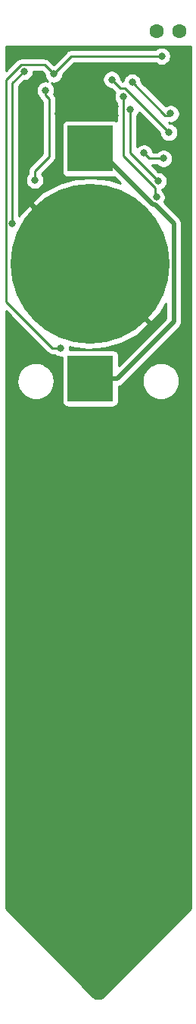
<source format=gbr>
G04 #@! TF.GenerationSoftware,KiCad,Pcbnew,(5.1.2-1)-1*
G04 #@! TF.CreationDate,2021-09-11T11:00:07+02:00*
G04 #@! TF.ProjectId,parasite,70617261-7369-4746-952e-6b696361645f,1.1.0*
G04 #@! TF.SameCoordinates,Original*
G04 #@! TF.FileFunction,Copper,L2,Bot*
G04 #@! TF.FilePolarity,Positive*
%FSLAX46Y46*%
G04 Gerber Fmt 4.6, Leading zero omitted, Abs format (unit mm)*
G04 Created by KiCad (PCBNEW (5.1.2-1)-1) date 2021-09-11 11:00:07*
%MOMM*%
%LPD*%
G04 APERTURE LIST*
%ADD10C,1.600000*%
%ADD11C,17.800000*%
%ADD12R,5.100000X5.100000*%
%ADD13C,0.800000*%
%ADD14C,0.250000*%
%ADD15C,0.500000*%
%ADD16C,0.254000*%
G04 APERTURE END LIST*
D10*
X77100000Y-29050000D03*
X74560000Y-29050000D03*
D11*
X67100000Y-54900000D03*
D12*
X67100000Y-42100000D03*
X67100000Y-67700000D03*
D13*
X68700000Y-60700000D03*
X65800000Y-61100000D03*
X74800000Y-53800000D03*
X74800000Y-54700000D03*
X71300000Y-52400000D03*
X72200000Y-52400000D03*
X63500000Y-51400000D03*
X63500000Y-50500000D03*
X63500000Y-49600000D03*
X67198744Y-55038241D03*
X64100000Y-55237500D03*
X65862500Y-55237500D03*
X63500000Y-38200000D03*
X64700000Y-38200000D03*
X65800000Y-38200000D03*
X67100000Y-38200000D03*
X63600000Y-41600000D03*
X63600000Y-42700000D03*
X69900000Y-37400000D03*
X69900000Y-38400000D03*
X67100000Y-67700000D03*
X67800000Y-67000000D03*
X68550000Y-66250000D03*
X63000000Y-33800000D03*
X75100000Y-31800000D03*
X63800000Y-64300000D03*
X62100000Y-35600000D03*
X60900000Y-45600000D03*
X58400000Y-50400000D03*
X59699999Y-33500000D03*
X71800000Y-34700000D03*
X76100000Y-38200000D03*
X69500000Y-34400000D03*
X75900000Y-40300000D03*
X69500000Y-34400000D03*
X75300000Y-43200000D03*
X73119000Y-42600000D03*
X74700000Y-45700000D03*
X71600000Y-37700000D03*
X70800000Y-36300000D03*
X74493886Y-47510431D03*
D14*
X63225000Y-38275000D02*
X63300000Y-38200000D01*
X63200000Y-38200000D02*
X64500000Y-38200000D01*
X65800000Y-38200000D02*
X67100000Y-38200000D01*
D15*
X76450001Y-61399999D02*
X76450001Y-50450001D01*
X70150000Y-67700000D02*
X76450001Y-61399999D01*
X67100000Y-67700000D02*
X70150000Y-67700000D01*
X67825453Y-42100000D02*
X67100000Y-42100000D01*
X74085885Y-48360432D02*
X67825453Y-42100000D01*
X74360432Y-48360432D02*
X74085885Y-48360432D01*
X76450001Y-50450001D02*
X74360432Y-48360432D01*
D14*
X65000000Y-31800000D02*
X75100000Y-31800000D01*
X63000000Y-33800000D02*
X65000000Y-31800000D01*
X62846998Y-64300000D02*
X63800000Y-64300000D01*
X59351998Y-32774999D02*
X57674999Y-34451998D01*
X57674999Y-59128001D02*
X62846998Y-64300000D01*
X57674999Y-34451998D02*
X57674999Y-59128001D01*
X61974999Y-32774999D02*
X59351998Y-32774999D01*
X63000000Y-33800000D02*
X61974999Y-32774999D01*
X62100000Y-36165685D02*
X62500000Y-36565685D01*
X62100000Y-35600000D02*
X62100000Y-36165685D01*
X62500000Y-36565685D02*
X62500000Y-43000000D01*
X62500000Y-43000000D02*
X60900000Y-44600000D01*
X60900000Y-44600000D02*
X60900000Y-45600000D01*
X58400000Y-34799999D02*
X58400000Y-50400000D01*
X59699999Y-33500000D02*
X58400000Y-34799999D01*
X71800000Y-34700000D02*
X75500000Y-38400000D01*
X75900000Y-38400000D02*
X76100000Y-38200000D01*
X75500000Y-38400000D02*
X75900000Y-38400000D01*
X71000001Y-35400001D02*
X75900000Y-40300000D01*
X69500000Y-34400000D02*
X69899999Y-34799999D01*
X70500001Y-35400001D02*
X69500000Y-34400000D01*
X71000001Y-35400001D02*
X70500001Y-35400001D01*
X73719000Y-43200000D02*
X73119000Y-42600000D01*
X75300000Y-43200000D02*
X73719000Y-43200000D01*
X74700000Y-45700000D02*
X71600000Y-42600000D01*
X71600000Y-42600000D02*
X71600000Y-37700000D01*
X74400000Y-47500000D02*
X74400000Y-46500000D01*
X74400000Y-46500000D02*
X70800000Y-42900000D01*
X70800000Y-42900000D02*
X70800000Y-36300000D01*
D16*
G36*
X78340001Y-126726618D02*
G01*
X68556139Y-136510479D01*
X68417802Y-136624109D01*
X68288623Y-136693375D01*
X68148451Y-136736230D01*
X68002623Y-136751043D01*
X67856695Y-136737248D01*
X67716222Y-136695371D01*
X67586563Y-136627010D01*
X67448982Y-136515599D01*
X57660000Y-126726620D01*
X57660000Y-68029240D01*
X58905990Y-68029240D01*
X58951550Y-68435412D01*
X59075134Y-68824999D01*
X59272036Y-69183162D01*
X59534755Y-69496259D01*
X59853285Y-69752364D01*
X60215494Y-69941721D01*
X60607583Y-70057120D01*
X61014620Y-70094163D01*
X61421100Y-70051440D01*
X61811541Y-69930579D01*
X62171070Y-69736182D01*
X62485993Y-69475655D01*
X62744315Y-69158920D01*
X62936197Y-68798043D01*
X63054330Y-68406768D01*
X63094214Y-68000000D01*
X63093397Y-67941526D01*
X63042171Y-67536030D01*
X62913160Y-67148206D01*
X62711276Y-66792827D01*
X62444211Y-66483429D01*
X62122136Y-66231797D01*
X61757319Y-66047514D01*
X61363656Y-65937602D01*
X60956142Y-65906245D01*
X60550298Y-65954639D01*
X60161583Y-66080940D01*
X59804804Y-66280338D01*
X59493549Y-66545237D01*
X59239674Y-66865547D01*
X59052849Y-67229068D01*
X58940191Y-67621954D01*
X58905990Y-68029240D01*
X57660000Y-68029240D01*
X57660000Y-60187803D01*
X62283199Y-64811003D01*
X62306997Y-64840001D01*
X62335995Y-64863799D01*
X62422721Y-64934974D01*
X62554751Y-65005546D01*
X62698012Y-65049003D01*
X62809665Y-65060000D01*
X62809674Y-65060000D01*
X62846997Y-65063676D01*
X62884320Y-65060000D01*
X63096289Y-65060000D01*
X63140226Y-65103937D01*
X63309744Y-65217205D01*
X63498102Y-65295226D01*
X63698061Y-65335000D01*
X63901939Y-65335000D01*
X63911928Y-65333013D01*
X63911928Y-70250000D01*
X63924188Y-70374482D01*
X63960498Y-70494180D01*
X64019463Y-70604494D01*
X64098815Y-70701185D01*
X64195506Y-70780537D01*
X64305820Y-70839502D01*
X64425518Y-70875812D01*
X64550000Y-70888072D01*
X69650000Y-70888072D01*
X69774482Y-70875812D01*
X69894180Y-70839502D01*
X70004494Y-70780537D01*
X70101185Y-70701185D01*
X70180537Y-70604494D01*
X70239502Y-70494180D01*
X70275812Y-70374482D01*
X70288072Y-70250000D01*
X70288072Y-68575683D01*
X70323490Y-68572195D01*
X70490313Y-68521589D01*
X70644059Y-68439411D01*
X70778817Y-68328817D01*
X70806534Y-68295044D01*
X71072338Y-68029240D01*
X72905990Y-68029240D01*
X72951550Y-68435412D01*
X73075134Y-68824999D01*
X73272036Y-69183162D01*
X73534755Y-69496259D01*
X73853285Y-69752364D01*
X74215494Y-69941721D01*
X74607583Y-70057120D01*
X75014620Y-70094163D01*
X75421100Y-70051440D01*
X75811541Y-69930579D01*
X76171070Y-69736182D01*
X76485993Y-69475655D01*
X76744315Y-69158920D01*
X76936197Y-68798043D01*
X77054330Y-68406768D01*
X77094214Y-68000000D01*
X77093397Y-67941526D01*
X77042171Y-67536030D01*
X76913160Y-67148206D01*
X76711276Y-66792827D01*
X76444211Y-66483429D01*
X76122136Y-66231797D01*
X75757319Y-66047514D01*
X75363656Y-65937602D01*
X74956142Y-65906245D01*
X74550298Y-65954639D01*
X74161583Y-66080940D01*
X73804804Y-66280338D01*
X73493549Y-66545237D01*
X73239674Y-66865547D01*
X73052849Y-67229068D01*
X72940191Y-67621954D01*
X72905990Y-68029240D01*
X71072338Y-68029240D01*
X77045052Y-62056527D01*
X77078818Y-62028816D01*
X77189412Y-61894058D01*
X77271590Y-61740312D01*
X77322196Y-61573489D01*
X77335001Y-61443476D01*
X77335001Y-61443468D01*
X77339282Y-61399999D01*
X77335001Y-61356530D01*
X77335001Y-50493470D01*
X77339282Y-50450001D01*
X77335001Y-50406532D01*
X77335001Y-50406524D01*
X77322196Y-50276511D01*
X77271590Y-50109688D01*
X77189412Y-49955942D01*
X77078818Y-49821184D01*
X77045050Y-49793471D01*
X75347474Y-48095896D01*
X75411091Y-48000687D01*
X75489112Y-47812329D01*
X75528886Y-47612370D01*
X75528886Y-47408492D01*
X75489112Y-47208533D01*
X75411091Y-47020175D01*
X75297823Y-46850657D01*
X75160000Y-46712834D01*
X75160000Y-46629738D01*
X75190256Y-46617205D01*
X75359774Y-46503937D01*
X75503937Y-46359774D01*
X75617205Y-46190256D01*
X75695226Y-46001898D01*
X75735000Y-45801939D01*
X75735000Y-45598061D01*
X75695226Y-45398102D01*
X75617205Y-45209744D01*
X75503937Y-45040226D01*
X75359774Y-44896063D01*
X75190256Y-44782795D01*
X75001898Y-44704774D01*
X74801939Y-44665000D01*
X74739802Y-44665000D01*
X74034802Y-43960000D01*
X74596289Y-43960000D01*
X74640226Y-44003937D01*
X74809744Y-44117205D01*
X74998102Y-44195226D01*
X75198061Y-44235000D01*
X75401939Y-44235000D01*
X75601898Y-44195226D01*
X75790256Y-44117205D01*
X75959774Y-44003937D01*
X76103937Y-43859774D01*
X76217205Y-43690256D01*
X76295226Y-43501898D01*
X76335000Y-43301939D01*
X76335000Y-43098061D01*
X76295226Y-42898102D01*
X76217205Y-42709744D01*
X76103937Y-42540226D01*
X75959774Y-42396063D01*
X75790256Y-42282795D01*
X75601898Y-42204774D01*
X75401939Y-42165000D01*
X75198061Y-42165000D01*
X74998102Y-42204774D01*
X74809744Y-42282795D01*
X74640226Y-42396063D01*
X74596289Y-42440000D01*
X74142451Y-42440000D01*
X74114226Y-42298102D01*
X74036205Y-42109744D01*
X73922937Y-41940226D01*
X73778774Y-41796063D01*
X73609256Y-41682795D01*
X73420898Y-41604774D01*
X73220939Y-41565000D01*
X73017061Y-41565000D01*
X72817102Y-41604774D01*
X72628744Y-41682795D01*
X72459226Y-41796063D01*
X72360000Y-41895289D01*
X72360000Y-38403711D01*
X72403937Y-38359774D01*
X72517205Y-38190256D01*
X72575271Y-38050073D01*
X74865000Y-40339802D01*
X74865000Y-40401939D01*
X74904774Y-40601898D01*
X74982795Y-40790256D01*
X75096063Y-40959774D01*
X75240226Y-41103937D01*
X75409744Y-41217205D01*
X75598102Y-41295226D01*
X75798061Y-41335000D01*
X76001939Y-41335000D01*
X76201898Y-41295226D01*
X76390256Y-41217205D01*
X76559774Y-41103937D01*
X76703937Y-40959774D01*
X76817205Y-40790256D01*
X76895226Y-40601898D01*
X76935000Y-40401939D01*
X76935000Y-40198061D01*
X76895226Y-39998102D01*
X76817205Y-39809744D01*
X76703937Y-39640226D01*
X76559774Y-39496063D01*
X76390256Y-39382795D01*
X76201898Y-39304774D01*
X76001939Y-39265000D01*
X75939802Y-39265000D01*
X75887887Y-39213085D01*
X75998061Y-39235000D01*
X76201939Y-39235000D01*
X76401898Y-39195226D01*
X76590256Y-39117205D01*
X76759774Y-39003937D01*
X76903937Y-38859774D01*
X77017205Y-38690256D01*
X77095226Y-38501898D01*
X77135000Y-38301939D01*
X77135000Y-38098061D01*
X77095226Y-37898102D01*
X77017205Y-37709744D01*
X76903937Y-37540226D01*
X76759774Y-37396063D01*
X76590256Y-37282795D01*
X76401898Y-37204774D01*
X76201939Y-37165000D01*
X75998061Y-37165000D01*
X75798102Y-37204774D01*
X75609744Y-37282795D01*
X75518538Y-37343736D01*
X72835000Y-34660199D01*
X72835000Y-34598061D01*
X72795226Y-34398102D01*
X72717205Y-34209744D01*
X72603937Y-34040226D01*
X72459774Y-33896063D01*
X72290256Y-33782795D01*
X72101898Y-33704774D01*
X71901939Y-33665000D01*
X71698061Y-33665000D01*
X71498102Y-33704774D01*
X71309744Y-33782795D01*
X71140226Y-33896063D01*
X70996063Y-34040226D01*
X70882795Y-34209744D01*
X70804774Y-34398102D01*
X70766305Y-34591503D01*
X70535000Y-34360199D01*
X70535000Y-34298061D01*
X70495226Y-34098102D01*
X70417205Y-33909744D01*
X70303937Y-33740226D01*
X70159774Y-33596063D01*
X69990256Y-33482795D01*
X69801898Y-33404774D01*
X69601939Y-33365000D01*
X69398061Y-33365000D01*
X69198102Y-33404774D01*
X69009744Y-33482795D01*
X68840226Y-33596063D01*
X68696063Y-33740226D01*
X68582795Y-33909744D01*
X68504774Y-34098102D01*
X68465000Y-34298061D01*
X68465000Y-34501939D01*
X68504774Y-34701898D01*
X68582795Y-34890256D01*
X68696063Y-35059774D01*
X68840226Y-35203937D01*
X69009744Y-35317205D01*
X69198102Y-35395226D01*
X69398061Y-35435000D01*
X69460199Y-35435000D01*
X69868779Y-35843581D01*
X69804774Y-35998102D01*
X69765000Y-36198061D01*
X69765000Y-36401939D01*
X69804774Y-36601898D01*
X69882795Y-36790256D01*
X69996063Y-36959774D01*
X70040001Y-37003712D01*
X70040001Y-39048602D01*
X70004494Y-39019463D01*
X69894180Y-38960498D01*
X69774482Y-38924188D01*
X69650000Y-38911928D01*
X64550000Y-38911928D01*
X64425518Y-38924188D01*
X64305820Y-38960498D01*
X64195506Y-39019463D01*
X64098815Y-39098815D01*
X64019463Y-39195506D01*
X63960498Y-39305820D01*
X63924188Y-39425518D01*
X63911928Y-39550000D01*
X63911928Y-44650000D01*
X63924188Y-44774482D01*
X63960498Y-44894180D01*
X64019463Y-45004494D01*
X64098815Y-45101185D01*
X64195506Y-45180537D01*
X64305820Y-45239502D01*
X64425518Y-45275812D01*
X64550000Y-45288072D01*
X69650000Y-45288072D01*
X69751910Y-45278035D01*
X70433997Y-45960123D01*
X69212984Y-45554762D01*
X67349218Y-45322106D01*
X65475875Y-45457522D01*
X63664946Y-45955808D01*
X61986024Y-46797814D01*
X61571590Y-47074730D01*
X60527775Y-48148170D01*
X67100000Y-54720395D01*
X67114143Y-54706253D01*
X67293748Y-54885858D01*
X67279605Y-54900000D01*
X73851830Y-61472225D01*
X74925270Y-60428410D01*
X75565001Y-59302989D01*
X75565001Y-61033420D01*
X70288072Y-66310350D01*
X70288072Y-65150000D01*
X70275812Y-65025518D01*
X70239502Y-64905820D01*
X70180537Y-64795506D01*
X70101185Y-64698815D01*
X70004494Y-64619463D01*
X69894180Y-64560498D01*
X69774482Y-64524188D01*
X69650000Y-64511928D01*
X64813122Y-64511928D01*
X64835000Y-64401939D01*
X64835000Y-64198061D01*
X64834299Y-64194538D01*
X64987016Y-64245238D01*
X66850782Y-64477894D01*
X68724125Y-64342478D01*
X70535054Y-63844192D01*
X72213976Y-63002186D01*
X72628410Y-62725270D01*
X73672225Y-61651830D01*
X67100000Y-55079605D01*
X67085858Y-55093748D01*
X66906253Y-54914143D01*
X66920395Y-54900000D01*
X60348170Y-48327775D01*
X59274730Y-49371590D01*
X59160000Y-49573424D01*
X59160000Y-35114800D01*
X59739801Y-34535000D01*
X59801938Y-34535000D01*
X60001897Y-34495226D01*
X60190255Y-34417205D01*
X60359773Y-34303937D01*
X60503936Y-34159774D01*
X60617204Y-33990256D01*
X60695225Y-33801898D01*
X60734999Y-33601939D01*
X60734999Y-33534999D01*
X61660198Y-33534999D01*
X61965000Y-33839802D01*
X61965000Y-33901939D01*
X62004774Y-34101898D01*
X62082795Y-34290256D01*
X62196063Y-34459774D01*
X62325958Y-34589669D01*
X62201939Y-34565000D01*
X61998061Y-34565000D01*
X61798102Y-34604774D01*
X61609744Y-34682795D01*
X61440226Y-34796063D01*
X61296063Y-34940226D01*
X61182795Y-35109744D01*
X61104774Y-35298102D01*
X61065000Y-35498061D01*
X61065000Y-35701939D01*
X61104774Y-35901898D01*
X61182795Y-36090256D01*
X61296063Y-36259774D01*
X61351013Y-36314724D01*
X61394454Y-36457932D01*
X61419037Y-36503921D01*
X61465026Y-36589961D01*
X61526610Y-36665000D01*
X61560000Y-36705686D01*
X61588998Y-36729484D01*
X61740000Y-36880487D01*
X61740001Y-42685197D01*
X60389003Y-44036196D01*
X60359999Y-44059999D01*
X60313052Y-44117205D01*
X60265026Y-44175724D01*
X60254602Y-44195226D01*
X60194454Y-44307754D01*
X60150997Y-44451015D01*
X60140000Y-44562668D01*
X60140000Y-44562678D01*
X60136324Y-44600000D01*
X60140000Y-44637323D01*
X60140000Y-44896289D01*
X60096063Y-44940226D01*
X59982795Y-45109744D01*
X59904774Y-45298102D01*
X59865000Y-45498061D01*
X59865000Y-45701939D01*
X59904774Y-45901898D01*
X59982795Y-46090256D01*
X60096063Y-46259774D01*
X60240226Y-46403937D01*
X60409744Y-46517205D01*
X60598102Y-46595226D01*
X60798061Y-46635000D01*
X61001939Y-46635000D01*
X61201898Y-46595226D01*
X61390256Y-46517205D01*
X61559774Y-46403937D01*
X61703937Y-46259774D01*
X61817205Y-46090256D01*
X61895226Y-45901898D01*
X61935000Y-45701939D01*
X61935000Y-45498061D01*
X61895226Y-45298102D01*
X61817205Y-45109744D01*
X61703937Y-44940226D01*
X61669256Y-44905545D01*
X63011003Y-43563799D01*
X63040001Y-43540001D01*
X63134974Y-43424276D01*
X63205546Y-43292247D01*
X63249003Y-43148986D01*
X63260000Y-43037333D01*
X63260000Y-43037325D01*
X63263676Y-43000000D01*
X63260000Y-42962675D01*
X63260000Y-36603007D01*
X63263676Y-36565684D01*
X63260000Y-36528361D01*
X63260000Y-36528352D01*
X63249003Y-36416699D01*
X63205546Y-36273438D01*
X63134974Y-36141409D01*
X63042627Y-36028883D01*
X63095226Y-35901898D01*
X63135000Y-35701939D01*
X63135000Y-35498061D01*
X63095226Y-35298102D01*
X63017205Y-35109744D01*
X62903937Y-34940226D01*
X62774042Y-34810331D01*
X62898061Y-34835000D01*
X63101939Y-34835000D01*
X63301898Y-34795226D01*
X63490256Y-34717205D01*
X63659774Y-34603937D01*
X63803937Y-34459774D01*
X63917205Y-34290256D01*
X63995226Y-34101898D01*
X64035000Y-33901939D01*
X64035000Y-33839801D01*
X65314802Y-32560000D01*
X74396289Y-32560000D01*
X74440226Y-32603937D01*
X74609744Y-32717205D01*
X74798102Y-32795226D01*
X74998061Y-32835000D01*
X75201939Y-32835000D01*
X75401898Y-32795226D01*
X75590256Y-32717205D01*
X75759774Y-32603937D01*
X75903937Y-32459774D01*
X76017205Y-32290256D01*
X76095226Y-32101898D01*
X76135000Y-31901939D01*
X76135000Y-31698061D01*
X76095226Y-31498102D01*
X76017205Y-31309744D01*
X75903937Y-31140226D01*
X75759774Y-30996063D01*
X75590256Y-30882795D01*
X75401898Y-30804774D01*
X75201939Y-30765000D01*
X74998061Y-30765000D01*
X74798102Y-30804774D01*
X74609744Y-30882795D01*
X74440226Y-30996063D01*
X74396289Y-31040000D01*
X65037322Y-31040000D01*
X64999999Y-31036324D01*
X64962676Y-31040000D01*
X64962667Y-31040000D01*
X64851014Y-31050997D01*
X64707753Y-31094454D01*
X64575723Y-31165026D01*
X64492083Y-31233668D01*
X64459999Y-31259999D01*
X64436201Y-31288997D01*
X63000000Y-32725199D01*
X62538803Y-32264001D01*
X62515000Y-32234998D01*
X62399275Y-32140025D01*
X62267246Y-32069453D01*
X62123985Y-32025996D01*
X62012332Y-32014999D01*
X62012321Y-32014999D01*
X61974999Y-32011323D01*
X61937677Y-32014999D01*
X59389323Y-32014999D01*
X59351998Y-32011323D01*
X59314673Y-32014999D01*
X59314665Y-32014999D01*
X59203012Y-32025996D01*
X59059751Y-32069453D01*
X58927722Y-32140025D01*
X58811997Y-32234998D01*
X58788199Y-32263996D01*
X57660000Y-33392196D01*
X57660000Y-30727000D01*
X78340000Y-30727000D01*
X78340001Y-126726618D01*
X78340001Y-126726618D01*
G37*
X78340001Y-126726618D02*
X68556139Y-136510479D01*
X68417802Y-136624109D01*
X68288623Y-136693375D01*
X68148451Y-136736230D01*
X68002623Y-136751043D01*
X67856695Y-136737248D01*
X67716222Y-136695371D01*
X67586563Y-136627010D01*
X67448982Y-136515599D01*
X57660000Y-126726620D01*
X57660000Y-68029240D01*
X58905990Y-68029240D01*
X58951550Y-68435412D01*
X59075134Y-68824999D01*
X59272036Y-69183162D01*
X59534755Y-69496259D01*
X59853285Y-69752364D01*
X60215494Y-69941721D01*
X60607583Y-70057120D01*
X61014620Y-70094163D01*
X61421100Y-70051440D01*
X61811541Y-69930579D01*
X62171070Y-69736182D01*
X62485993Y-69475655D01*
X62744315Y-69158920D01*
X62936197Y-68798043D01*
X63054330Y-68406768D01*
X63094214Y-68000000D01*
X63093397Y-67941526D01*
X63042171Y-67536030D01*
X62913160Y-67148206D01*
X62711276Y-66792827D01*
X62444211Y-66483429D01*
X62122136Y-66231797D01*
X61757319Y-66047514D01*
X61363656Y-65937602D01*
X60956142Y-65906245D01*
X60550298Y-65954639D01*
X60161583Y-66080940D01*
X59804804Y-66280338D01*
X59493549Y-66545237D01*
X59239674Y-66865547D01*
X59052849Y-67229068D01*
X58940191Y-67621954D01*
X58905990Y-68029240D01*
X57660000Y-68029240D01*
X57660000Y-60187803D01*
X62283199Y-64811003D01*
X62306997Y-64840001D01*
X62335995Y-64863799D01*
X62422721Y-64934974D01*
X62554751Y-65005546D01*
X62698012Y-65049003D01*
X62809665Y-65060000D01*
X62809674Y-65060000D01*
X62846997Y-65063676D01*
X62884320Y-65060000D01*
X63096289Y-65060000D01*
X63140226Y-65103937D01*
X63309744Y-65217205D01*
X63498102Y-65295226D01*
X63698061Y-65335000D01*
X63901939Y-65335000D01*
X63911928Y-65333013D01*
X63911928Y-70250000D01*
X63924188Y-70374482D01*
X63960498Y-70494180D01*
X64019463Y-70604494D01*
X64098815Y-70701185D01*
X64195506Y-70780537D01*
X64305820Y-70839502D01*
X64425518Y-70875812D01*
X64550000Y-70888072D01*
X69650000Y-70888072D01*
X69774482Y-70875812D01*
X69894180Y-70839502D01*
X70004494Y-70780537D01*
X70101185Y-70701185D01*
X70180537Y-70604494D01*
X70239502Y-70494180D01*
X70275812Y-70374482D01*
X70288072Y-70250000D01*
X70288072Y-68575683D01*
X70323490Y-68572195D01*
X70490313Y-68521589D01*
X70644059Y-68439411D01*
X70778817Y-68328817D01*
X70806534Y-68295044D01*
X71072338Y-68029240D01*
X72905990Y-68029240D01*
X72951550Y-68435412D01*
X73075134Y-68824999D01*
X73272036Y-69183162D01*
X73534755Y-69496259D01*
X73853285Y-69752364D01*
X74215494Y-69941721D01*
X74607583Y-70057120D01*
X75014620Y-70094163D01*
X75421100Y-70051440D01*
X75811541Y-69930579D01*
X76171070Y-69736182D01*
X76485993Y-69475655D01*
X76744315Y-69158920D01*
X76936197Y-68798043D01*
X77054330Y-68406768D01*
X77094214Y-68000000D01*
X77093397Y-67941526D01*
X77042171Y-67536030D01*
X76913160Y-67148206D01*
X76711276Y-66792827D01*
X76444211Y-66483429D01*
X76122136Y-66231797D01*
X75757319Y-66047514D01*
X75363656Y-65937602D01*
X74956142Y-65906245D01*
X74550298Y-65954639D01*
X74161583Y-66080940D01*
X73804804Y-66280338D01*
X73493549Y-66545237D01*
X73239674Y-66865547D01*
X73052849Y-67229068D01*
X72940191Y-67621954D01*
X72905990Y-68029240D01*
X71072338Y-68029240D01*
X77045052Y-62056527D01*
X77078818Y-62028816D01*
X77189412Y-61894058D01*
X77271590Y-61740312D01*
X77322196Y-61573489D01*
X77335001Y-61443476D01*
X77335001Y-61443468D01*
X77339282Y-61399999D01*
X77335001Y-61356530D01*
X77335001Y-50493470D01*
X77339282Y-50450001D01*
X77335001Y-50406532D01*
X77335001Y-50406524D01*
X77322196Y-50276511D01*
X77271590Y-50109688D01*
X77189412Y-49955942D01*
X77078818Y-49821184D01*
X77045050Y-49793471D01*
X75347474Y-48095896D01*
X75411091Y-48000687D01*
X75489112Y-47812329D01*
X75528886Y-47612370D01*
X75528886Y-47408492D01*
X75489112Y-47208533D01*
X75411091Y-47020175D01*
X75297823Y-46850657D01*
X75160000Y-46712834D01*
X75160000Y-46629738D01*
X75190256Y-46617205D01*
X75359774Y-46503937D01*
X75503937Y-46359774D01*
X75617205Y-46190256D01*
X75695226Y-46001898D01*
X75735000Y-45801939D01*
X75735000Y-45598061D01*
X75695226Y-45398102D01*
X75617205Y-45209744D01*
X75503937Y-45040226D01*
X75359774Y-44896063D01*
X75190256Y-44782795D01*
X75001898Y-44704774D01*
X74801939Y-44665000D01*
X74739802Y-44665000D01*
X74034802Y-43960000D01*
X74596289Y-43960000D01*
X74640226Y-44003937D01*
X74809744Y-44117205D01*
X74998102Y-44195226D01*
X75198061Y-44235000D01*
X75401939Y-44235000D01*
X75601898Y-44195226D01*
X75790256Y-44117205D01*
X75959774Y-44003937D01*
X76103937Y-43859774D01*
X76217205Y-43690256D01*
X76295226Y-43501898D01*
X76335000Y-43301939D01*
X76335000Y-43098061D01*
X76295226Y-42898102D01*
X76217205Y-42709744D01*
X76103937Y-42540226D01*
X75959774Y-42396063D01*
X75790256Y-42282795D01*
X75601898Y-42204774D01*
X75401939Y-42165000D01*
X75198061Y-42165000D01*
X74998102Y-42204774D01*
X74809744Y-42282795D01*
X74640226Y-42396063D01*
X74596289Y-42440000D01*
X74142451Y-42440000D01*
X74114226Y-42298102D01*
X74036205Y-42109744D01*
X73922937Y-41940226D01*
X73778774Y-41796063D01*
X73609256Y-41682795D01*
X73420898Y-41604774D01*
X73220939Y-41565000D01*
X73017061Y-41565000D01*
X72817102Y-41604774D01*
X72628744Y-41682795D01*
X72459226Y-41796063D01*
X72360000Y-41895289D01*
X72360000Y-38403711D01*
X72403937Y-38359774D01*
X72517205Y-38190256D01*
X72575271Y-38050073D01*
X74865000Y-40339802D01*
X74865000Y-40401939D01*
X74904774Y-40601898D01*
X74982795Y-40790256D01*
X75096063Y-40959774D01*
X75240226Y-41103937D01*
X75409744Y-41217205D01*
X75598102Y-41295226D01*
X75798061Y-41335000D01*
X76001939Y-41335000D01*
X76201898Y-41295226D01*
X76390256Y-41217205D01*
X76559774Y-41103937D01*
X76703937Y-40959774D01*
X76817205Y-40790256D01*
X76895226Y-40601898D01*
X76935000Y-40401939D01*
X76935000Y-40198061D01*
X76895226Y-39998102D01*
X76817205Y-39809744D01*
X76703937Y-39640226D01*
X76559774Y-39496063D01*
X76390256Y-39382795D01*
X76201898Y-39304774D01*
X76001939Y-39265000D01*
X75939802Y-39265000D01*
X75887887Y-39213085D01*
X75998061Y-39235000D01*
X76201939Y-39235000D01*
X76401898Y-39195226D01*
X76590256Y-39117205D01*
X76759774Y-39003937D01*
X76903937Y-38859774D01*
X77017205Y-38690256D01*
X77095226Y-38501898D01*
X77135000Y-38301939D01*
X77135000Y-38098061D01*
X77095226Y-37898102D01*
X77017205Y-37709744D01*
X76903937Y-37540226D01*
X76759774Y-37396063D01*
X76590256Y-37282795D01*
X76401898Y-37204774D01*
X76201939Y-37165000D01*
X75998061Y-37165000D01*
X75798102Y-37204774D01*
X75609744Y-37282795D01*
X75518538Y-37343736D01*
X72835000Y-34660199D01*
X72835000Y-34598061D01*
X72795226Y-34398102D01*
X72717205Y-34209744D01*
X72603937Y-34040226D01*
X72459774Y-33896063D01*
X72290256Y-33782795D01*
X72101898Y-33704774D01*
X71901939Y-33665000D01*
X71698061Y-33665000D01*
X71498102Y-33704774D01*
X71309744Y-33782795D01*
X71140226Y-33896063D01*
X70996063Y-34040226D01*
X70882795Y-34209744D01*
X70804774Y-34398102D01*
X70766305Y-34591503D01*
X70535000Y-34360199D01*
X70535000Y-34298061D01*
X70495226Y-34098102D01*
X70417205Y-33909744D01*
X70303937Y-33740226D01*
X70159774Y-33596063D01*
X69990256Y-33482795D01*
X69801898Y-33404774D01*
X69601939Y-33365000D01*
X69398061Y-33365000D01*
X69198102Y-33404774D01*
X69009744Y-33482795D01*
X68840226Y-33596063D01*
X68696063Y-33740226D01*
X68582795Y-33909744D01*
X68504774Y-34098102D01*
X68465000Y-34298061D01*
X68465000Y-34501939D01*
X68504774Y-34701898D01*
X68582795Y-34890256D01*
X68696063Y-35059774D01*
X68840226Y-35203937D01*
X69009744Y-35317205D01*
X69198102Y-35395226D01*
X69398061Y-35435000D01*
X69460199Y-35435000D01*
X69868779Y-35843581D01*
X69804774Y-35998102D01*
X69765000Y-36198061D01*
X69765000Y-36401939D01*
X69804774Y-36601898D01*
X69882795Y-36790256D01*
X69996063Y-36959774D01*
X70040001Y-37003712D01*
X70040001Y-39048602D01*
X70004494Y-39019463D01*
X69894180Y-38960498D01*
X69774482Y-38924188D01*
X69650000Y-38911928D01*
X64550000Y-38911928D01*
X64425518Y-38924188D01*
X64305820Y-38960498D01*
X64195506Y-39019463D01*
X64098815Y-39098815D01*
X64019463Y-39195506D01*
X63960498Y-39305820D01*
X63924188Y-39425518D01*
X63911928Y-39550000D01*
X63911928Y-44650000D01*
X63924188Y-44774482D01*
X63960498Y-44894180D01*
X64019463Y-45004494D01*
X64098815Y-45101185D01*
X64195506Y-45180537D01*
X64305820Y-45239502D01*
X64425518Y-45275812D01*
X64550000Y-45288072D01*
X69650000Y-45288072D01*
X69751910Y-45278035D01*
X70433997Y-45960123D01*
X69212984Y-45554762D01*
X67349218Y-45322106D01*
X65475875Y-45457522D01*
X63664946Y-45955808D01*
X61986024Y-46797814D01*
X61571590Y-47074730D01*
X60527775Y-48148170D01*
X67100000Y-54720395D01*
X67114143Y-54706253D01*
X67293748Y-54885858D01*
X67279605Y-54900000D01*
X73851830Y-61472225D01*
X74925270Y-60428410D01*
X75565001Y-59302989D01*
X75565001Y-61033420D01*
X70288072Y-66310350D01*
X70288072Y-65150000D01*
X70275812Y-65025518D01*
X70239502Y-64905820D01*
X70180537Y-64795506D01*
X70101185Y-64698815D01*
X70004494Y-64619463D01*
X69894180Y-64560498D01*
X69774482Y-64524188D01*
X69650000Y-64511928D01*
X64813122Y-64511928D01*
X64835000Y-64401939D01*
X64835000Y-64198061D01*
X64834299Y-64194538D01*
X64987016Y-64245238D01*
X66850782Y-64477894D01*
X68724125Y-64342478D01*
X70535054Y-63844192D01*
X72213976Y-63002186D01*
X72628410Y-62725270D01*
X73672225Y-61651830D01*
X67100000Y-55079605D01*
X67085858Y-55093748D01*
X66906253Y-54914143D01*
X66920395Y-54900000D01*
X60348170Y-48327775D01*
X59274730Y-49371590D01*
X59160000Y-49573424D01*
X59160000Y-35114800D01*
X59739801Y-34535000D01*
X59801938Y-34535000D01*
X60001897Y-34495226D01*
X60190255Y-34417205D01*
X60359773Y-34303937D01*
X60503936Y-34159774D01*
X60617204Y-33990256D01*
X60695225Y-33801898D01*
X60734999Y-33601939D01*
X60734999Y-33534999D01*
X61660198Y-33534999D01*
X61965000Y-33839802D01*
X61965000Y-33901939D01*
X62004774Y-34101898D01*
X62082795Y-34290256D01*
X62196063Y-34459774D01*
X62325958Y-34589669D01*
X62201939Y-34565000D01*
X61998061Y-34565000D01*
X61798102Y-34604774D01*
X61609744Y-34682795D01*
X61440226Y-34796063D01*
X61296063Y-34940226D01*
X61182795Y-35109744D01*
X61104774Y-35298102D01*
X61065000Y-35498061D01*
X61065000Y-35701939D01*
X61104774Y-35901898D01*
X61182795Y-36090256D01*
X61296063Y-36259774D01*
X61351013Y-36314724D01*
X61394454Y-36457932D01*
X61419037Y-36503921D01*
X61465026Y-36589961D01*
X61526610Y-36665000D01*
X61560000Y-36705686D01*
X61588998Y-36729484D01*
X61740000Y-36880487D01*
X61740001Y-42685197D01*
X60389003Y-44036196D01*
X60359999Y-44059999D01*
X60313052Y-44117205D01*
X60265026Y-44175724D01*
X60254602Y-44195226D01*
X60194454Y-44307754D01*
X60150997Y-44451015D01*
X60140000Y-44562668D01*
X60140000Y-44562678D01*
X60136324Y-44600000D01*
X60140000Y-44637323D01*
X60140000Y-44896289D01*
X60096063Y-44940226D01*
X59982795Y-45109744D01*
X59904774Y-45298102D01*
X59865000Y-45498061D01*
X59865000Y-45701939D01*
X59904774Y-45901898D01*
X59982795Y-46090256D01*
X60096063Y-46259774D01*
X60240226Y-46403937D01*
X60409744Y-46517205D01*
X60598102Y-46595226D01*
X60798061Y-46635000D01*
X61001939Y-46635000D01*
X61201898Y-46595226D01*
X61390256Y-46517205D01*
X61559774Y-46403937D01*
X61703937Y-46259774D01*
X61817205Y-46090256D01*
X61895226Y-45901898D01*
X61935000Y-45701939D01*
X61935000Y-45498061D01*
X61895226Y-45298102D01*
X61817205Y-45109744D01*
X61703937Y-44940226D01*
X61669256Y-44905545D01*
X63011003Y-43563799D01*
X63040001Y-43540001D01*
X63134974Y-43424276D01*
X63205546Y-43292247D01*
X63249003Y-43148986D01*
X63260000Y-43037333D01*
X63260000Y-43037325D01*
X63263676Y-43000000D01*
X63260000Y-42962675D01*
X63260000Y-36603007D01*
X63263676Y-36565684D01*
X63260000Y-36528361D01*
X63260000Y-36528352D01*
X63249003Y-36416699D01*
X63205546Y-36273438D01*
X63134974Y-36141409D01*
X63042627Y-36028883D01*
X63095226Y-35901898D01*
X63135000Y-35701939D01*
X63135000Y-35498061D01*
X63095226Y-35298102D01*
X63017205Y-35109744D01*
X62903937Y-34940226D01*
X62774042Y-34810331D01*
X62898061Y-34835000D01*
X63101939Y-34835000D01*
X63301898Y-34795226D01*
X63490256Y-34717205D01*
X63659774Y-34603937D01*
X63803937Y-34459774D01*
X63917205Y-34290256D01*
X63995226Y-34101898D01*
X64035000Y-33901939D01*
X64035000Y-33839801D01*
X65314802Y-32560000D01*
X74396289Y-32560000D01*
X74440226Y-32603937D01*
X74609744Y-32717205D01*
X74798102Y-32795226D01*
X74998061Y-32835000D01*
X75201939Y-32835000D01*
X75401898Y-32795226D01*
X75590256Y-32717205D01*
X75759774Y-32603937D01*
X75903937Y-32459774D01*
X76017205Y-32290256D01*
X76095226Y-32101898D01*
X76135000Y-31901939D01*
X76135000Y-31698061D01*
X76095226Y-31498102D01*
X76017205Y-31309744D01*
X75903937Y-31140226D01*
X75759774Y-30996063D01*
X75590256Y-30882795D01*
X75401898Y-30804774D01*
X75201939Y-30765000D01*
X74998061Y-30765000D01*
X74798102Y-30804774D01*
X74609744Y-30882795D01*
X74440226Y-30996063D01*
X74396289Y-31040000D01*
X65037322Y-31040000D01*
X64999999Y-31036324D01*
X64962676Y-31040000D01*
X64962667Y-31040000D01*
X64851014Y-31050997D01*
X64707753Y-31094454D01*
X64575723Y-31165026D01*
X64492083Y-31233668D01*
X64459999Y-31259999D01*
X64436201Y-31288997D01*
X63000000Y-32725199D01*
X62538803Y-32264001D01*
X62515000Y-32234998D01*
X62399275Y-32140025D01*
X62267246Y-32069453D01*
X62123985Y-32025996D01*
X62012332Y-32014999D01*
X62012321Y-32014999D01*
X61974999Y-32011323D01*
X61937677Y-32014999D01*
X59389323Y-32014999D01*
X59351998Y-32011323D01*
X59314673Y-32014999D01*
X59314665Y-32014999D01*
X59203012Y-32025996D01*
X59059751Y-32069453D01*
X58927722Y-32140025D01*
X58811997Y-32234998D01*
X58788199Y-32263996D01*
X57660000Y-33392196D01*
X57660000Y-30727000D01*
X78340000Y-30727000D01*
X78340001Y-126726618D01*
M02*

</source>
